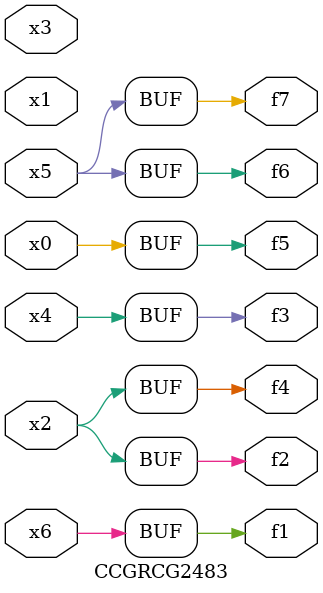
<source format=v>
module CCGRCG2483(
	input x0, x1, x2, x3, x4, x5, x6,
	output f1, f2, f3, f4, f5, f6, f7
);
	assign f1 = x6;
	assign f2 = x2;
	assign f3 = x4;
	assign f4 = x2;
	assign f5 = x0;
	assign f6 = x5;
	assign f7 = x5;
endmodule

</source>
